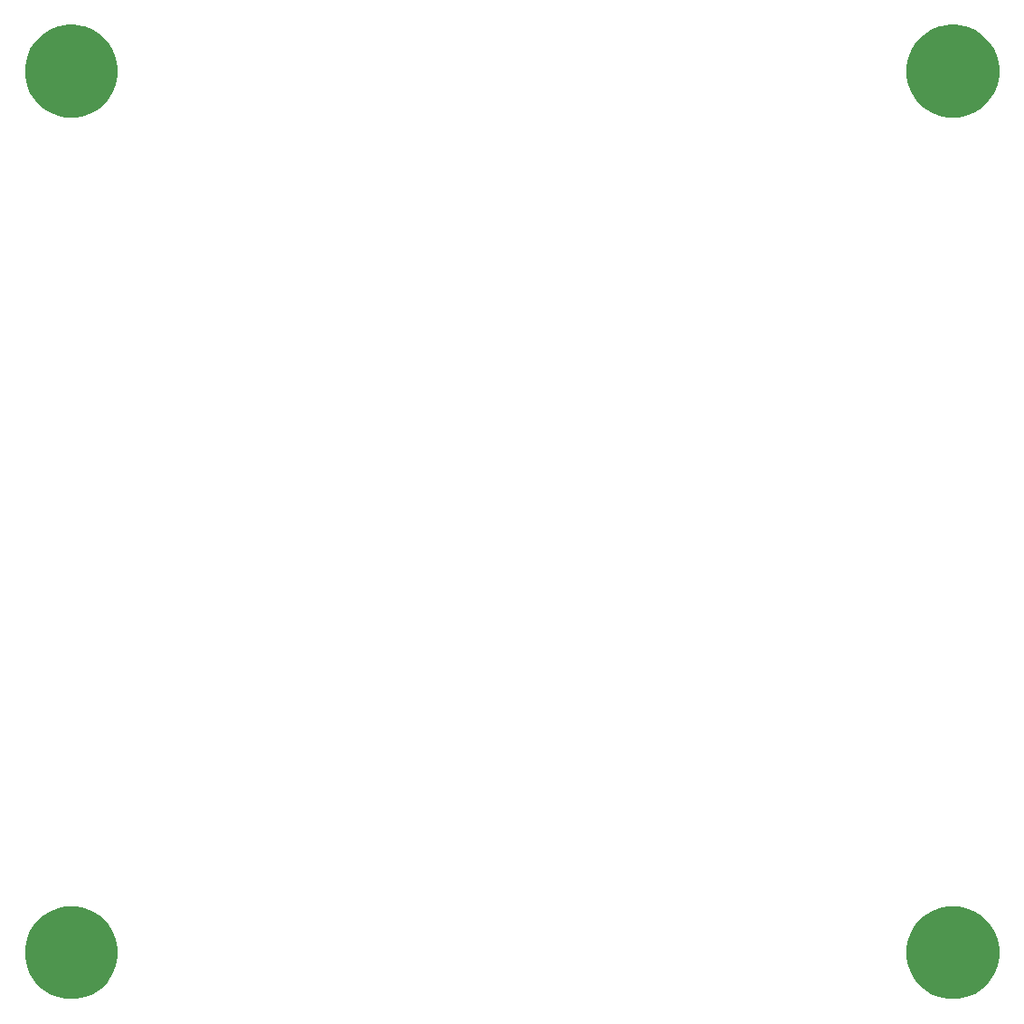
<source format=gbs>
G04 #@! TF.GenerationSoftware,KiCad,Pcbnew,(5.1.4)-1*
G04 #@! TF.CreationDate,2020-12-31T01:33:54+09:00*
G04 #@! TF.ProjectId,fan-vent-blocker,66616e2d-7665-46e7-942d-626c6f636b65,rev?*
G04 #@! TF.SameCoordinates,Original*
G04 #@! TF.FileFunction,Soldermask,Bot*
G04 #@! TF.FilePolarity,Negative*
%FSLAX46Y46*%
G04 Gerber Fmt 4.6, Leading zero omitted, Abs format (unit mm)*
G04 Created by KiCad (PCBNEW (5.1.4)-1) date 2020-12-31 01:33:54*
%MOMM*%
%LPD*%
G04 APERTURE LIST*
%ADD10C,0.100000*%
G04 APERTURE END LIST*
D10*
G36*
X-40701844Y-36922794D02*
G01*
X-39980860Y-37066206D01*
X-39189028Y-37394193D01*
X-38476399Y-37870357D01*
X-37870357Y-38476399D01*
X-37394193Y-39189028D01*
X-37066206Y-39980860D01*
X-36899000Y-40821464D01*
X-36899000Y-41678536D01*
X-37066206Y-42519140D01*
X-37394193Y-43310972D01*
X-37870357Y-44023601D01*
X-38476399Y-44629643D01*
X-39189028Y-45105807D01*
X-39980860Y-45433794D01*
X-40701844Y-45577206D01*
X-40821463Y-45601000D01*
X-41678537Y-45601000D01*
X-41798156Y-45577206D01*
X-42519140Y-45433794D01*
X-43310972Y-45105807D01*
X-44023601Y-44629643D01*
X-44629643Y-44023601D01*
X-45105807Y-43310972D01*
X-45433794Y-42519140D01*
X-45601000Y-41678536D01*
X-45601000Y-40821464D01*
X-45433794Y-39980860D01*
X-45105807Y-39189028D01*
X-44629643Y-38476399D01*
X-44023601Y-37870357D01*
X-43310972Y-37394193D01*
X-42519140Y-37066206D01*
X-41798156Y-36922794D01*
X-41678537Y-36899000D01*
X-40821463Y-36899000D01*
X-40701844Y-36922794D01*
X-40701844Y-36922794D01*
G37*
G36*
X41798156Y-36922794D02*
G01*
X42519140Y-37066206D01*
X43310972Y-37394193D01*
X44023601Y-37870357D01*
X44629643Y-38476399D01*
X45105807Y-39189028D01*
X45433794Y-39980860D01*
X45601000Y-40821464D01*
X45601000Y-41678536D01*
X45433794Y-42519140D01*
X45105807Y-43310972D01*
X44629643Y-44023601D01*
X44023601Y-44629643D01*
X43310972Y-45105807D01*
X42519140Y-45433794D01*
X41798156Y-45577206D01*
X41678537Y-45601000D01*
X40821463Y-45601000D01*
X40701844Y-45577206D01*
X39980860Y-45433794D01*
X39189028Y-45105807D01*
X38476399Y-44629643D01*
X37870357Y-44023601D01*
X37394193Y-43310972D01*
X37066206Y-42519140D01*
X36899000Y-41678536D01*
X36899000Y-40821464D01*
X37066206Y-39980860D01*
X37394193Y-39189028D01*
X37870357Y-38476399D01*
X38476399Y-37870357D01*
X39189028Y-37394193D01*
X39980860Y-37066206D01*
X40701844Y-36922794D01*
X40821463Y-36899000D01*
X41678537Y-36899000D01*
X41798156Y-36922794D01*
X41798156Y-36922794D01*
G37*
G36*
X-40701844Y45577206D02*
G01*
X-39980860Y45433794D01*
X-39189028Y45105807D01*
X-38476399Y44629643D01*
X-37870357Y44023601D01*
X-37394193Y43310972D01*
X-37066206Y42519140D01*
X-36899000Y41678536D01*
X-36899000Y40821464D01*
X-37066206Y39980860D01*
X-37394193Y39189028D01*
X-37870357Y38476399D01*
X-38476399Y37870357D01*
X-39189028Y37394193D01*
X-39980860Y37066206D01*
X-40701844Y36922794D01*
X-40821463Y36899000D01*
X-41678537Y36899000D01*
X-41798156Y36922794D01*
X-42519140Y37066206D01*
X-43310972Y37394193D01*
X-44023601Y37870357D01*
X-44629643Y38476399D01*
X-45105807Y39189028D01*
X-45433794Y39980860D01*
X-45601000Y40821464D01*
X-45601000Y41678536D01*
X-45433794Y42519140D01*
X-45105807Y43310972D01*
X-44629643Y44023601D01*
X-44023601Y44629643D01*
X-43310972Y45105807D01*
X-42519140Y45433794D01*
X-41798156Y45577206D01*
X-41678537Y45601000D01*
X-40821463Y45601000D01*
X-40701844Y45577206D01*
X-40701844Y45577206D01*
G37*
G36*
X41798156Y45577206D02*
G01*
X42519140Y45433794D01*
X43310972Y45105807D01*
X44023601Y44629643D01*
X44629643Y44023601D01*
X45105807Y43310972D01*
X45433794Y42519140D01*
X45601000Y41678536D01*
X45601000Y40821464D01*
X45433794Y39980860D01*
X45105807Y39189028D01*
X44629643Y38476399D01*
X44023601Y37870357D01*
X43310972Y37394193D01*
X42519140Y37066206D01*
X41798156Y36922794D01*
X41678537Y36899000D01*
X40821463Y36899000D01*
X40701844Y36922794D01*
X39980860Y37066206D01*
X39189028Y37394193D01*
X38476399Y37870357D01*
X37870357Y38476399D01*
X37394193Y39189028D01*
X37066206Y39980860D01*
X36899000Y40821464D01*
X36899000Y41678536D01*
X37066206Y42519140D01*
X37394193Y43310972D01*
X37870357Y44023601D01*
X38476399Y44629643D01*
X39189028Y45105807D01*
X39980860Y45433794D01*
X40701844Y45577206D01*
X40821463Y45601000D01*
X41678537Y45601000D01*
X41798156Y45577206D01*
X41798156Y45577206D01*
G37*
M02*

</source>
